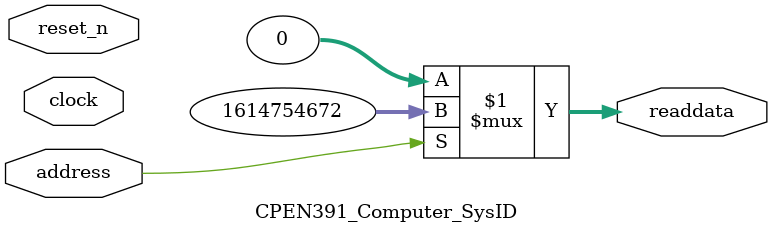
<source format=v>

`timescale 1ns / 1ps
// synthesis translate_on

// turn off superfluous verilog processor warnings 
// altera message_level Level1 
// altera message_off 10034 10035 10036 10037 10230 10240 10030 

module CPEN391_Computer_SysID (
               // inputs:
                address,
                clock,
                reset_n,

               // outputs:
                readdata
             )
;

  output  [ 31: 0] readdata;
  input            address;
  input            clock;
  input            reset_n;

  wire    [ 31: 0] readdata;
  //control_slave, which is an e_avalon_slave
  assign readdata = address ? 1614754672 : 0;

endmodule




</source>
